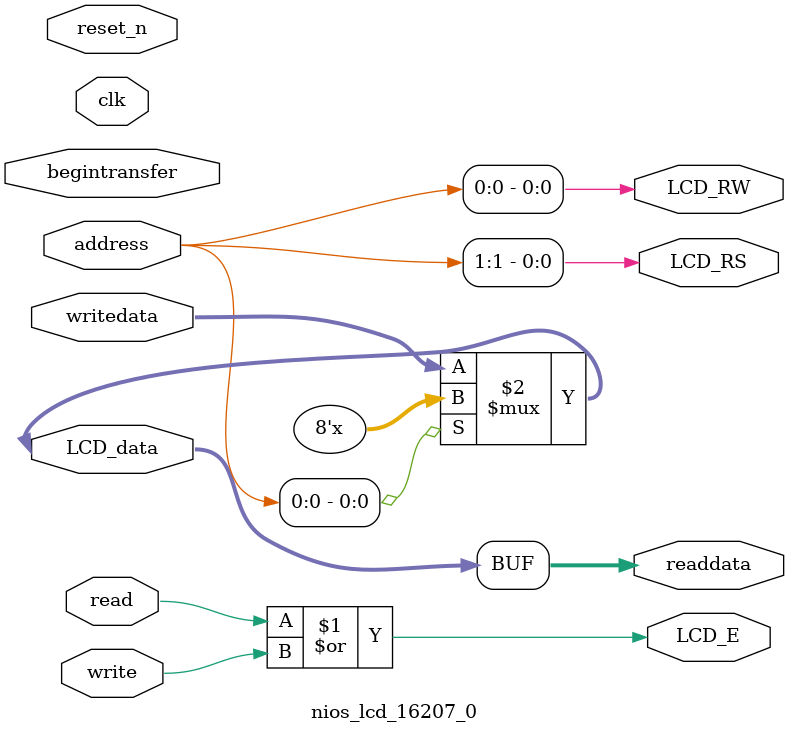
<source format=v>

`timescale 1ns / 1ps
// synthesis translate_on

// turn off superfluous verilog processor warnings 
// altera message_level Level1 
// altera message_off 10034 10035 10036 10037 10230 10240 10030 

module nios_lcd_16207_0 (
                          // inputs:
                           address,
                           begintransfer,
                           clk,
                           read,
                           reset_n,
                           write,
                           writedata,

                          // outputs:
                           LCD_E,
                           LCD_RS,
                           LCD_RW,
                           LCD_data,
                           readdata
                        )
;

  output           LCD_E;
  output           LCD_RS;
  output           LCD_RW;
  inout   [  7: 0] LCD_data;
  output  [  7: 0] readdata;
  input   [  1: 0] address;
  input            begintransfer;
  input            clk;
  input            read;
  input            reset_n;
  input            write;
  input   [  7: 0] writedata;

  wire             LCD_E;
  wire             LCD_RS;
  wire             LCD_RW;
  wire    [  7: 0] LCD_data;
  wire    [  7: 0] readdata;
  assign LCD_RW = address[0];
  assign LCD_RS = address[1];
  assign LCD_E = read | write;
  assign LCD_data = (address[0]) ? {8{1'bz}} : writedata;
  assign readdata = LCD_data;
  //control_slave, which is an e_avalon_slave

endmodule


</source>
